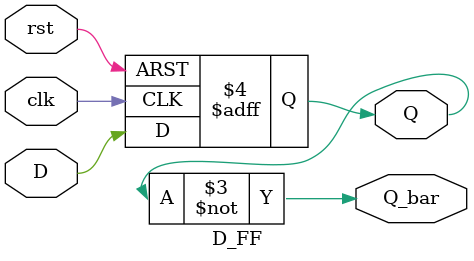
<source format=v>
module D_FF(Q, Q_bar, clk, rst, D);
input clk, rst,D;
output reg Q;
output reg Q_bar;
always @ (posedge clk or posedge rst)
begin
	if(rst) 
		begin
			Q<=1'b0;
		end
	else
		begin 
		 Q<=D;
		end
end
always @* Q_bar = ~Q;
endmodule

</source>
